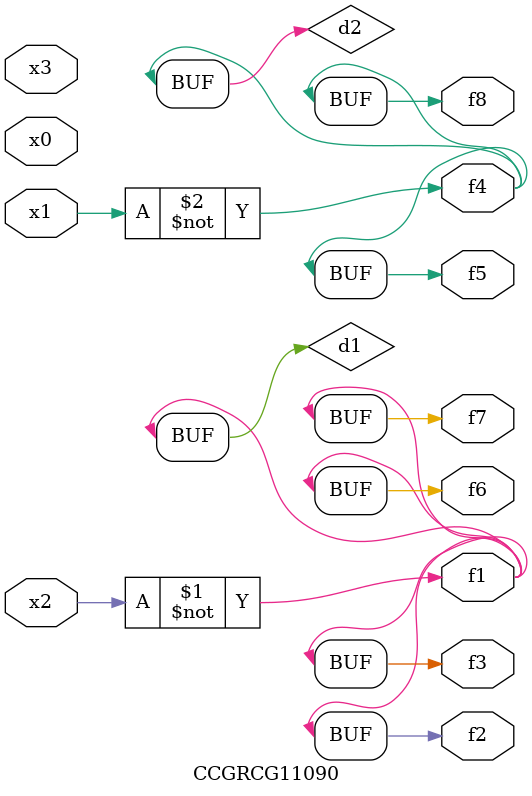
<source format=v>
module CCGRCG11090(
	input x0, x1, x2, x3,
	output f1, f2, f3, f4, f5, f6, f7, f8
);

	wire d1, d2;

	xnor (d1, x2);
	not (d2, x1);
	assign f1 = d1;
	assign f2 = d1;
	assign f3 = d1;
	assign f4 = d2;
	assign f5 = d2;
	assign f6 = d1;
	assign f7 = d1;
	assign f8 = d2;
endmodule

</source>
